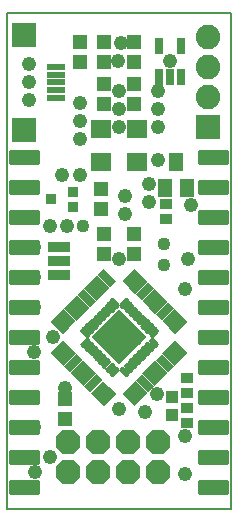
<source format=gts>
G75*
%MOIN*%
%OFA0B0*%
%FSLAX25Y25*%
%IPPOS*%
%LPD*%
%AMOC8*
5,1,8,0,0,1.08239X$1,22.5*
%
%ADD10C,0.00800*%
%ADD11R,0.04331X0.03543*%
%ADD12R,0.07087X0.06299*%
%ADD13R,0.04724X0.05118*%
%ADD14R,0.07480X0.03543*%
%ADD15R,0.05787X0.02987*%
%ADD16R,0.02987X0.05787*%
%ADD17R,0.03543X0.03543*%
%ADD18R,0.04724X0.06299*%
%ADD19R,0.02953X0.05512*%
%ADD20R,0.03937X0.03937*%
%ADD21R,0.06299X0.02165*%
%ADD22R,0.08268X0.07874*%
%ADD23C,0.01181*%
%ADD24OC8,0.08187*%
%ADD25R,0.08187X0.08187*%
%ADD26C,0.08187*%
%ADD27C,0.00984*%
%ADD28C,0.01299*%
%ADD29C,0.04362*%
%ADD30C,0.04787*%
D10*
X0031348Y0001800D02*
X0106152Y0001800D01*
X0106152Y0167154D01*
X0031348Y0167154D01*
X0031348Y0001800D01*
D11*
X0091250Y0030595D03*
X0091250Y0035713D03*
X0091250Y0040595D03*
X0091250Y0045713D03*
X0084250Y0098595D03*
X0084250Y0103713D03*
D12*
X0074750Y0117643D03*
X0074750Y0128666D03*
X0062750Y0128666D03*
X0062750Y0117643D03*
D13*
X0062750Y0108501D03*
X0062750Y0101808D03*
X0063750Y0093501D03*
X0063750Y0086808D03*
X0073750Y0086808D03*
X0073750Y0093501D03*
X0073750Y0136808D03*
X0073750Y0143501D03*
X0073750Y0150808D03*
X0073750Y0157501D03*
X0063750Y0157501D03*
X0063750Y0150808D03*
X0063750Y0143501D03*
X0063750Y0136808D03*
X0055750Y0150808D03*
X0055750Y0157501D03*
X0050750Y0038501D03*
X0050750Y0031808D03*
D14*
X0048750Y0079930D03*
X0048750Y0084654D03*
X0048750Y0089379D03*
D15*
G36*
X0061130Y0071344D02*
X0057040Y0075434D01*
X0059152Y0077546D01*
X0063242Y0073456D01*
X0061130Y0071344D01*
G37*
G36*
X0058902Y0069117D02*
X0054812Y0073207D01*
X0056924Y0075319D01*
X0061014Y0071229D01*
X0058902Y0069117D01*
G37*
G36*
X0056675Y0066890D02*
X0052585Y0070980D01*
X0054697Y0073092D01*
X0058787Y0069002D01*
X0056675Y0066890D01*
G37*
G36*
X0054448Y0064663D02*
X0050358Y0068753D01*
X0052470Y0070865D01*
X0056560Y0066775D01*
X0054448Y0064663D01*
G37*
G36*
X0052221Y0062436D02*
X0048131Y0066526D01*
X0050243Y0068638D01*
X0054333Y0064548D01*
X0052221Y0062436D01*
G37*
G36*
X0049994Y0060209D02*
X0045904Y0064299D01*
X0048016Y0066411D01*
X0052106Y0062321D01*
X0049994Y0060209D01*
G37*
G36*
X0063357Y0073571D02*
X0059267Y0077661D01*
X0061379Y0079773D01*
X0065469Y0075683D01*
X0063357Y0073571D01*
G37*
G36*
X0065584Y0075798D02*
X0061494Y0079888D01*
X0063606Y0082000D01*
X0067696Y0077910D01*
X0065584Y0075798D01*
G37*
G36*
X0087257Y0049671D02*
X0083167Y0053761D01*
X0085279Y0055873D01*
X0089369Y0051783D01*
X0087257Y0049671D01*
G37*
G36*
X0085030Y0047444D02*
X0080940Y0051534D01*
X0083052Y0053646D01*
X0087142Y0049556D01*
X0085030Y0047444D01*
G37*
G36*
X0082803Y0045217D02*
X0078713Y0049307D01*
X0080825Y0051419D01*
X0084915Y0047329D01*
X0082803Y0045217D01*
G37*
G36*
X0080576Y0042990D02*
X0076486Y0047080D01*
X0078598Y0049192D01*
X0082688Y0045102D01*
X0080576Y0042990D01*
G37*
G36*
X0078348Y0040763D02*
X0074258Y0044853D01*
X0076370Y0046965D01*
X0080460Y0042875D01*
X0078348Y0040763D01*
G37*
G36*
X0076121Y0038535D02*
X0072031Y0042625D01*
X0074143Y0044737D01*
X0078233Y0040647D01*
X0076121Y0038535D01*
G37*
G36*
X0073894Y0036308D02*
X0069804Y0040398D01*
X0071916Y0042510D01*
X0076006Y0038420D01*
X0073894Y0036308D01*
G37*
G36*
X0089484Y0051898D02*
X0085394Y0055988D01*
X0087506Y0058100D01*
X0091596Y0054010D01*
X0089484Y0051898D01*
G37*
D16*
G36*
X0087506Y0060209D02*
X0085394Y0062321D01*
X0089484Y0066411D01*
X0091596Y0064299D01*
X0087506Y0060209D01*
G37*
G36*
X0085279Y0062436D02*
X0083167Y0064548D01*
X0087257Y0068638D01*
X0089369Y0066526D01*
X0085279Y0062436D01*
G37*
G36*
X0083052Y0064663D02*
X0080940Y0066775D01*
X0085030Y0070865D01*
X0087142Y0068753D01*
X0083052Y0064663D01*
G37*
G36*
X0080825Y0066890D02*
X0078713Y0069002D01*
X0082803Y0073092D01*
X0084915Y0070980D01*
X0080825Y0066890D01*
G37*
G36*
X0078598Y0069117D02*
X0076486Y0071229D01*
X0080576Y0075319D01*
X0082688Y0073207D01*
X0078598Y0069117D01*
G37*
G36*
X0076370Y0071344D02*
X0074258Y0073456D01*
X0078348Y0077546D01*
X0080460Y0075434D01*
X0076370Y0071344D01*
G37*
G36*
X0074143Y0073571D02*
X0072031Y0075683D01*
X0076121Y0079773D01*
X0078233Y0077661D01*
X0074143Y0073571D01*
G37*
G36*
X0071916Y0075798D02*
X0069804Y0077910D01*
X0073894Y0082000D01*
X0076006Y0079888D01*
X0071916Y0075798D01*
G37*
G36*
X0050243Y0049671D02*
X0048131Y0051783D01*
X0052221Y0055873D01*
X0054333Y0053761D01*
X0050243Y0049671D01*
G37*
G36*
X0052470Y0047444D02*
X0050358Y0049556D01*
X0054448Y0053646D01*
X0056560Y0051534D01*
X0052470Y0047444D01*
G37*
G36*
X0054697Y0045217D02*
X0052585Y0047329D01*
X0056675Y0051419D01*
X0058787Y0049307D01*
X0054697Y0045217D01*
G37*
G36*
X0056924Y0042990D02*
X0054812Y0045102D01*
X0058902Y0049192D01*
X0061014Y0047080D01*
X0056924Y0042990D01*
G37*
G36*
X0059152Y0040763D02*
X0057040Y0042875D01*
X0061130Y0046965D01*
X0063242Y0044853D01*
X0059152Y0040763D01*
G37*
G36*
X0061379Y0038535D02*
X0059267Y0040647D01*
X0063357Y0044737D01*
X0065469Y0042625D01*
X0061379Y0038535D01*
G37*
G36*
X0063606Y0036308D02*
X0061494Y0038420D01*
X0065584Y0042510D01*
X0067696Y0040398D01*
X0063606Y0036308D01*
G37*
G36*
X0048016Y0051898D02*
X0045904Y0054010D01*
X0049994Y0058100D01*
X0052106Y0055988D01*
X0048016Y0051898D01*
G37*
D17*
X0053392Y0102595D03*
X0053392Y0107713D03*
X0046108Y0105154D03*
D18*
X0084010Y0108824D03*
X0091490Y0108824D03*
X0087750Y0117485D03*
D19*
X0089490Y0146036D03*
X0085750Y0146036D03*
X0082010Y0146036D03*
X0082010Y0156273D03*
X0089490Y0156273D03*
D20*
X0086250Y0039107D03*
X0086250Y0033202D03*
D21*
X0047608Y0139036D03*
X0047608Y0141595D03*
X0047608Y0144154D03*
X0047608Y0146713D03*
X0047608Y0149272D03*
D22*
X0037175Y0159902D03*
X0037175Y0128406D03*
D23*
X0032722Y0120926D02*
X0041778Y0120926D01*
X0041778Y0117382D01*
X0032722Y0117382D01*
X0032722Y0120926D01*
X0032722Y0118562D02*
X0041778Y0118562D01*
X0041778Y0119742D02*
X0032722Y0119742D01*
X0032722Y0120922D02*
X0041778Y0120922D01*
X0041778Y0110926D02*
X0032722Y0110926D01*
X0041778Y0110926D02*
X0041778Y0107382D01*
X0032722Y0107382D01*
X0032722Y0110926D01*
X0032722Y0108562D02*
X0041778Y0108562D01*
X0041778Y0109742D02*
X0032722Y0109742D01*
X0032722Y0110922D02*
X0041778Y0110922D01*
X0041778Y0100926D02*
X0032722Y0100926D01*
X0041778Y0100926D02*
X0041778Y0097382D01*
X0032722Y0097382D01*
X0032722Y0100926D01*
X0032722Y0098562D02*
X0041778Y0098562D01*
X0041778Y0099742D02*
X0032722Y0099742D01*
X0032722Y0100922D02*
X0041778Y0100922D01*
X0041778Y0090926D02*
X0032722Y0090926D01*
X0041778Y0090926D02*
X0041778Y0087382D01*
X0032722Y0087382D01*
X0032722Y0090926D01*
X0032722Y0088562D02*
X0041778Y0088562D01*
X0041778Y0089742D02*
X0032722Y0089742D01*
X0032722Y0090922D02*
X0041778Y0090922D01*
X0041778Y0080926D02*
X0032722Y0080926D01*
X0041778Y0080926D02*
X0041778Y0077382D01*
X0032722Y0077382D01*
X0032722Y0080926D01*
X0032722Y0078562D02*
X0041778Y0078562D01*
X0041778Y0079742D02*
X0032722Y0079742D01*
X0032722Y0080922D02*
X0041778Y0080922D01*
X0041778Y0070926D02*
X0032722Y0070926D01*
X0041778Y0070926D02*
X0041778Y0067382D01*
X0032722Y0067382D01*
X0032722Y0070926D01*
X0032722Y0068562D02*
X0041778Y0068562D01*
X0041778Y0069742D02*
X0032722Y0069742D01*
X0032722Y0070922D02*
X0041778Y0070922D01*
X0041778Y0060926D02*
X0032722Y0060926D01*
X0041778Y0060926D02*
X0041778Y0057382D01*
X0032722Y0057382D01*
X0032722Y0060926D01*
X0032722Y0058562D02*
X0041778Y0058562D01*
X0041778Y0059742D02*
X0032722Y0059742D01*
X0032722Y0060922D02*
X0041778Y0060922D01*
X0041778Y0050926D02*
X0032722Y0050926D01*
X0041778Y0050926D02*
X0041778Y0047382D01*
X0032722Y0047382D01*
X0032722Y0050926D01*
X0032722Y0048562D02*
X0041778Y0048562D01*
X0041778Y0049742D02*
X0032722Y0049742D01*
X0032722Y0050922D02*
X0041778Y0050922D01*
X0041778Y0040926D02*
X0032722Y0040926D01*
X0041778Y0040926D02*
X0041778Y0037382D01*
X0032722Y0037382D01*
X0032722Y0040926D01*
X0032722Y0038562D02*
X0041778Y0038562D01*
X0041778Y0039742D02*
X0032722Y0039742D01*
X0032722Y0040922D02*
X0041778Y0040922D01*
X0041778Y0030926D02*
X0032722Y0030926D01*
X0041778Y0030926D02*
X0041778Y0027382D01*
X0032722Y0027382D01*
X0032722Y0030926D01*
X0032722Y0028562D02*
X0041778Y0028562D01*
X0041778Y0029742D02*
X0032722Y0029742D01*
X0032722Y0030922D02*
X0041778Y0030922D01*
X0041778Y0020926D02*
X0032722Y0020926D01*
X0041778Y0020926D02*
X0041778Y0017382D01*
X0032722Y0017382D01*
X0032722Y0020926D01*
X0032722Y0018562D02*
X0041778Y0018562D01*
X0041778Y0019742D02*
X0032722Y0019742D01*
X0032722Y0020922D02*
X0041778Y0020922D01*
X0041778Y0010926D02*
X0032722Y0010926D01*
X0041778Y0010926D02*
X0041778Y0007382D01*
X0032722Y0007382D01*
X0032722Y0010926D01*
X0032722Y0008562D02*
X0041778Y0008562D01*
X0041778Y0009742D02*
X0032722Y0009742D01*
X0032722Y0010922D02*
X0041778Y0010922D01*
X0095722Y0007382D02*
X0104778Y0007382D01*
X0095722Y0007382D02*
X0095722Y0010926D01*
X0104778Y0010926D01*
X0104778Y0007382D01*
X0104778Y0008562D02*
X0095722Y0008562D01*
X0095722Y0009742D02*
X0104778Y0009742D01*
X0104778Y0010922D02*
X0095722Y0010922D01*
X0095722Y0017382D02*
X0104778Y0017382D01*
X0095722Y0017382D02*
X0095722Y0020926D01*
X0104778Y0020926D01*
X0104778Y0017382D01*
X0104778Y0018562D02*
X0095722Y0018562D01*
X0095722Y0019742D02*
X0104778Y0019742D01*
X0104778Y0020922D02*
X0095722Y0020922D01*
X0095722Y0027382D02*
X0104778Y0027382D01*
X0095722Y0027382D02*
X0095722Y0030926D01*
X0104778Y0030926D01*
X0104778Y0027382D01*
X0104778Y0028562D02*
X0095722Y0028562D01*
X0095722Y0029742D02*
X0104778Y0029742D01*
X0104778Y0030922D02*
X0095722Y0030922D01*
X0095722Y0037382D02*
X0104778Y0037382D01*
X0095722Y0037382D02*
X0095722Y0040926D01*
X0104778Y0040926D01*
X0104778Y0037382D01*
X0104778Y0038562D02*
X0095722Y0038562D01*
X0095722Y0039742D02*
X0104778Y0039742D01*
X0104778Y0040922D02*
X0095722Y0040922D01*
X0095722Y0047382D02*
X0104778Y0047382D01*
X0095722Y0047382D02*
X0095722Y0050926D01*
X0104778Y0050926D01*
X0104778Y0047382D01*
X0104778Y0048562D02*
X0095722Y0048562D01*
X0095722Y0049742D02*
X0104778Y0049742D01*
X0104778Y0050922D02*
X0095722Y0050922D01*
X0095722Y0057382D02*
X0104778Y0057382D01*
X0095722Y0057382D02*
X0095722Y0060926D01*
X0104778Y0060926D01*
X0104778Y0057382D01*
X0104778Y0058562D02*
X0095722Y0058562D01*
X0095722Y0059742D02*
X0104778Y0059742D01*
X0104778Y0060922D02*
X0095722Y0060922D01*
X0095722Y0067382D02*
X0104778Y0067382D01*
X0095722Y0067382D02*
X0095722Y0070926D01*
X0104778Y0070926D01*
X0104778Y0067382D01*
X0104778Y0068562D02*
X0095722Y0068562D01*
X0095722Y0069742D02*
X0104778Y0069742D01*
X0104778Y0070922D02*
X0095722Y0070922D01*
X0095722Y0077382D02*
X0104778Y0077382D01*
X0095722Y0077382D02*
X0095722Y0080926D01*
X0104778Y0080926D01*
X0104778Y0077382D01*
X0104778Y0078562D02*
X0095722Y0078562D01*
X0095722Y0079742D02*
X0104778Y0079742D01*
X0104778Y0080922D02*
X0095722Y0080922D01*
X0095722Y0087382D02*
X0104778Y0087382D01*
X0095722Y0087382D02*
X0095722Y0090926D01*
X0104778Y0090926D01*
X0104778Y0087382D01*
X0104778Y0088562D02*
X0095722Y0088562D01*
X0095722Y0089742D02*
X0104778Y0089742D01*
X0104778Y0090922D02*
X0095722Y0090922D01*
X0095722Y0097382D02*
X0104778Y0097382D01*
X0095722Y0097382D02*
X0095722Y0100926D01*
X0104778Y0100926D01*
X0104778Y0097382D01*
X0104778Y0098562D02*
X0095722Y0098562D01*
X0095722Y0099742D02*
X0104778Y0099742D01*
X0104778Y0100922D02*
X0095722Y0100922D01*
X0095722Y0107382D02*
X0104778Y0107382D01*
X0095722Y0107382D02*
X0095722Y0110926D01*
X0104778Y0110926D01*
X0104778Y0107382D01*
X0104778Y0108562D02*
X0095722Y0108562D01*
X0095722Y0109742D02*
X0104778Y0109742D01*
X0104778Y0110922D02*
X0095722Y0110922D01*
X0095722Y0117382D02*
X0104778Y0117382D01*
X0095722Y0117382D02*
X0095722Y0120926D01*
X0104778Y0120926D01*
X0104778Y0117382D01*
X0104778Y0118562D02*
X0095722Y0118562D01*
X0095722Y0119742D02*
X0104778Y0119742D01*
X0104778Y0120922D02*
X0095722Y0120922D01*
D24*
X0081750Y0024154D03*
X0081750Y0014154D03*
X0071750Y0014154D03*
X0071750Y0024154D03*
X0061750Y0024154D03*
X0061750Y0014154D03*
X0051750Y0014154D03*
X0051750Y0024154D03*
D25*
X0098250Y0129154D03*
D26*
X0098250Y0139154D03*
X0098250Y0149154D03*
X0098250Y0159154D03*
D27*
X0069168Y0070012D02*
X0069864Y0069316D01*
X0069168Y0070012D02*
X0070976Y0071820D01*
X0071672Y0071124D01*
X0069864Y0069316D01*
X0069455Y0070299D02*
X0070847Y0070299D01*
X0070438Y0071282D02*
X0071514Y0071282D01*
X0070560Y0068620D02*
X0071256Y0067924D01*
X0070560Y0068620D02*
X0072368Y0070428D01*
X0073064Y0069732D01*
X0071256Y0067924D01*
X0070847Y0068907D02*
X0072239Y0068907D01*
X0071830Y0069890D02*
X0072906Y0069890D01*
X0071952Y0067228D02*
X0072648Y0066532D01*
X0071952Y0067228D02*
X0073760Y0069036D01*
X0074456Y0068340D01*
X0072648Y0066532D01*
X0072239Y0067515D02*
X0073631Y0067515D01*
X0073222Y0068498D02*
X0074298Y0068498D01*
X0073344Y0065836D02*
X0074040Y0065140D01*
X0073344Y0065836D02*
X0075152Y0067644D01*
X0075848Y0066948D01*
X0074040Y0065140D01*
X0073631Y0066123D02*
X0075023Y0066123D01*
X0074614Y0067106D02*
X0075690Y0067106D01*
X0074736Y0064444D02*
X0075432Y0063748D01*
X0074736Y0064444D02*
X0076544Y0066252D01*
X0077240Y0065556D01*
X0075432Y0063748D01*
X0075023Y0064731D02*
X0076415Y0064731D01*
X0076006Y0065714D02*
X0077082Y0065714D01*
X0076128Y0063053D02*
X0076824Y0062357D01*
X0076128Y0063053D02*
X0077936Y0064861D01*
X0078632Y0064165D01*
X0076824Y0062357D01*
X0076415Y0063340D02*
X0077807Y0063340D01*
X0077398Y0064323D02*
X0078474Y0064323D01*
X0077520Y0061661D02*
X0078216Y0060965D01*
X0077520Y0061661D02*
X0079328Y0063469D01*
X0080024Y0062773D01*
X0078216Y0060965D01*
X0077807Y0061948D02*
X0079199Y0061948D01*
X0078790Y0062931D02*
X0079866Y0062931D01*
X0078912Y0060269D02*
X0079608Y0059573D01*
X0078912Y0060269D02*
X0080720Y0062077D01*
X0081416Y0061381D01*
X0079608Y0059573D01*
X0079199Y0060556D02*
X0080591Y0060556D01*
X0080182Y0061539D02*
X0081258Y0061539D01*
X0078912Y0058040D02*
X0080720Y0056232D01*
X0078912Y0058040D02*
X0079608Y0058736D01*
X0081416Y0056928D01*
X0080720Y0056232D01*
X0081129Y0057215D02*
X0079737Y0057215D01*
X0080146Y0058198D02*
X0079070Y0058198D01*
X0077520Y0056648D02*
X0079328Y0054840D01*
X0077520Y0056648D02*
X0078216Y0057344D01*
X0080024Y0055536D01*
X0079328Y0054840D01*
X0079737Y0055823D02*
X0078345Y0055823D01*
X0078754Y0056806D02*
X0077678Y0056806D01*
X0076128Y0055256D02*
X0077936Y0053448D01*
X0076128Y0055256D02*
X0076824Y0055952D01*
X0078632Y0054144D01*
X0077936Y0053448D01*
X0078345Y0054431D02*
X0076953Y0054431D01*
X0077362Y0055414D02*
X0076286Y0055414D01*
X0074736Y0053864D02*
X0076544Y0052056D01*
X0074736Y0053864D02*
X0075432Y0054560D01*
X0077240Y0052752D01*
X0076544Y0052056D01*
X0076953Y0053039D02*
X0075561Y0053039D01*
X0075970Y0054022D02*
X0074894Y0054022D01*
X0073344Y0052472D02*
X0075152Y0050664D01*
X0073344Y0052472D02*
X0074040Y0053168D01*
X0075848Y0051360D01*
X0075152Y0050664D01*
X0075561Y0051647D02*
X0074169Y0051647D01*
X0074578Y0052630D02*
X0073502Y0052630D01*
X0071952Y0051080D02*
X0073760Y0049272D01*
X0071952Y0051080D02*
X0072648Y0051776D01*
X0074456Y0049968D01*
X0073760Y0049272D01*
X0074169Y0050255D02*
X0072777Y0050255D01*
X0073186Y0051238D02*
X0072110Y0051238D01*
X0070560Y0049688D02*
X0072368Y0047880D01*
X0070560Y0049688D02*
X0071256Y0050384D01*
X0073064Y0048576D01*
X0072368Y0047880D01*
X0072777Y0048863D02*
X0071385Y0048863D01*
X0071794Y0049846D02*
X0070718Y0049846D01*
X0069168Y0048296D02*
X0070976Y0046488D01*
X0069168Y0048296D02*
X0069864Y0048992D01*
X0071672Y0047184D01*
X0070976Y0046488D01*
X0071385Y0047471D02*
X0069993Y0047471D01*
X0070402Y0048454D02*
X0069326Y0048454D01*
X0066524Y0046488D02*
X0065828Y0047184D01*
X0067636Y0048992D01*
X0068332Y0048296D01*
X0066524Y0046488D01*
X0066115Y0047471D02*
X0067507Y0047471D01*
X0067098Y0048454D02*
X0068174Y0048454D01*
X0065132Y0047880D02*
X0064436Y0048576D01*
X0066244Y0050384D01*
X0066940Y0049688D01*
X0065132Y0047880D01*
X0064723Y0048863D02*
X0066115Y0048863D01*
X0065706Y0049846D02*
X0066782Y0049846D01*
X0063740Y0049272D02*
X0063044Y0049968D01*
X0064852Y0051776D01*
X0065548Y0051080D01*
X0063740Y0049272D01*
X0063331Y0050255D02*
X0064723Y0050255D01*
X0064314Y0051238D02*
X0065390Y0051238D01*
X0062348Y0050664D02*
X0061652Y0051360D01*
X0063460Y0053168D01*
X0064156Y0052472D01*
X0062348Y0050664D01*
X0061939Y0051647D02*
X0063331Y0051647D01*
X0062922Y0052630D02*
X0063998Y0052630D01*
X0060956Y0052056D02*
X0060260Y0052752D01*
X0062068Y0054560D01*
X0062764Y0053864D01*
X0060956Y0052056D01*
X0060547Y0053039D02*
X0061939Y0053039D01*
X0061530Y0054022D02*
X0062606Y0054022D01*
X0059564Y0053448D02*
X0058868Y0054144D01*
X0060676Y0055952D01*
X0061372Y0055256D01*
X0059564Y0053448D01*
X0059155Y0054431D02*
X0060547Y0054431D01*
X0060138Y0055414D02*
X0061214Y0055414D01*
X0058172Y0054840D02*
X0057476Y0055536D01*
X0059284Y0057344D01*
X0059980Y0056648D01*
X0058172Y0054840D01*
X0057763Y0055823D02*
X0059155Y0055823D01*
X0058746Y0056806D02*
X0059822Y0056806D01*
X0056780Y0056232D02*
X0056084Y0056928D01*
X0057892Y0058736D01*
X0058588Y0058040D01*
X0056780Y0056232D01*
X0056371Y0057215D02*
X0057763Y0057215D01*
X0057354Y0058198D02*
X0058430Y0058198D01*
X0057892Y0059573D02*
X0056084Y0061381D01*
X0056780Y0062077D01*
X0058588Y0060269D01*
X0057892Y0059573D01*
X0058301Y0060556D02*
X0056909Y0060556D01*
X0057318Y0061539D02*
X0056242Y0061539D01*
X0057476Y0062773D02*
X0059284Y0060965D01*
X0057476Y0062773D02*
X0058172Y0063469D01*
X0059980Y0061661D01*
X0059284Y0060965D01*
X0059693Y0061948D02*
X0058301Y0061948D01*
X0058710Y0062931D02*
X0057634Y0062931D01*
X0058868Y0064165D02*
X0060676Y0062357D01*
X0058868Y0064165D02*
X0059564Y0064861D01*
X0061372Y0063053D01*
X0060676Y0062357D01*
X0061085Y0063340D02*
X0059693Y0063340D01*
X0060102Y0064323D02*
X0059026Y0064323D01*
X0060260Y0065556D02*
X0062068Y0063748D01*
X0060260Y0065556D02*
X0060956Y0066252D01*
X0062764Y0064444D01*
X0062068Y0063748D01*
X0062477Y0064731D02*
X0061085Y0064731D01*
X0061494Y0065714D02*
X0060418Y0065714D01*
X0061652Y0066948D02*
X0063460Y0065140D01*
X0061652Y0066948D02*
X0062348Y0067644D01*
X0064156Y0065836D01*
X0063460Y0065140D01*
X0063869Y0066123D02*
X0062477Y0066123D01*
X0062886Y0067106D02*
X0061810Y0067106D01*
X0063044Y0068340D02*
X0064852Y0066532D01*
X0063044Y0068340D02*
X0063740Y0069036D01*
X0065548Y0067228D01*
X0064852Y0066532D01*
X0065261Y0067515D02*
X0063869Y0067515D01*
X0064278Y0068498D02*
X0063202Y0068498D01*
X0064436Y0069732D02*
X0066244Y0067924D01*
X0064436Y0069732D02*
X0065132Y0070428D01*
X0066940Y0068620D01*
X0066244Y0067924D01*
X0066653Y0068907D02*
X0065261Y0068907D01*
X0065670Y0069890D02*
X0064594Y0069890D01*
X0065828Y0071124D02*
X0067636Y0069316D01*
X0065828Y0071124D02*
X0066524Y0071820D01*
X0068332Y0070012D01*
X0067636Y0069316D01*
X0068045Y0070299D02*
X0066653Y0070299D01*
X0067062Y0071282D02*
X0065986Y0071282D01*
D28*
X0060482Y0059154D02*
X0068750Y0050886D01*
X0060482Y0059154D02*
X0068750Y0067422D01*
X0077018Y0059154D01*
X0068750Y0050886D01*
X0070048Y0052184D02*
X0067452Y0052184D01*
X0066154Y0053482D02*
X0071346Y0053482D01*
X0072644Y0054780D02*
X0064856Y0054780D01*
X0063558Y0056078D02*
X0073942Y0056078D01*
X0075240Y0057376D02*
X0062260Y0057376D01*
X0060962Y0058674D02*
X0076538Y0058674D01*
X0076200Y0059972D02*
X0061300Y0059972D01*
X0062598Y0061270D02*
X0074902Y0061270D01*
X0073604Y0062568D02*
X0063896Y0062568D01*
X0065194Y0063866D02*
X0072306Y0063866D01*
X0071008Y0065164D02*
X0066492Y0065164D01*
X0067790Y0066462D02*
X0069710Y0066462D01*
D29*
X0068750Y0059154D03*
X0083750Y0083154D03*
X0083750Y0090154D03*
X0056750Y0096154D03*
X0040250Y0109154D03*
X0040250Y0119154D03*
X0097250Y0039154D03*
X0097250Y0009154D03*
D30*
X0090750Y0013654D03*
X0097250Y0019154D03*
X0090750Y0026154D03*
X0097250Y0029154D03*
X0081250Y0040154D03*
X0077250Y0034154D03*
X0068750Y0035154D03*
X0068750Y0054154D03*
X0068750Y0064154D03*
X0068750Y0085154D03*
X0070750Y0100154D03*
X0070750Y0106154D03*
X0078750Y0104154D03*
X0078750Y0110154D03*
X0081750Y0118154D03*
X0081750Y0129154D03*
X0081750Y0135154D03*
X0081750Y0141154D03*
X0085750Y0151154D03*
X0069250Y0157154D03*
X0068250Y0151154D03*
X0068750Y0141154D03*
X0068750Y0135154D03*
X0068750Y0129154D03*
X0055750Y0131154D03*
X0055750Y0125154D03*
X0055750Y0113154D03*
X0049750Y0113154D03*
X0051250Y0096154D03*
X0045750Y0096154D03*
X0040250Y0089154D03*
X0040250Y0079154D03*
X0040250Y0069154D03*
X0046750Y0059154D03*
X0040250Y0054154D03*
X0050750Y0042154D03*
X0040250Y0029154D03*
X0045750Y0019154D03*
X0040750Y0014154D03*
X0038750Y0009154D03*
X0090750Y0075154D03*
X0091750Y0085154D03*
X0097250Y0089154D03*
X0092750Y0103154D03*
X0097250Y0109154D03*
X0055750Y0137154D03*
X0038750Y0138154D03*
X0038750Y0144154D03*
X0038750Y0150154D03*
M02*

</source>
